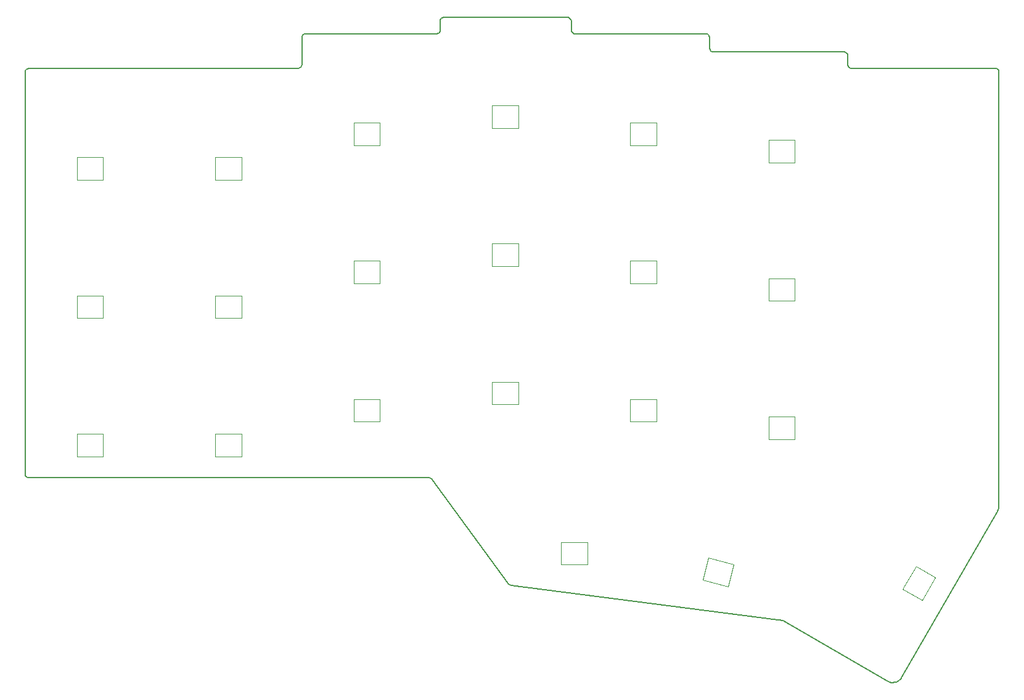
<source format=gm1>
G04 #@! TF.GenerationSoftware,KiCad,Pcbnew,(5.1.10)-1*
G04 #@! TF.CreationDate,2021-11-26T09:54:24+07:00*
G04 #@! TF.ProjectId,corne-cherry,636f726e-652d-4636-9865-7272792e6b69,3.0.1*
G04 #@! TF.SameCoordinates,Original*
G04 #@! TF.FileFunction,Profile,NP*
%FSLAX46Y46*%
G04 Gerber Fmt 4.6, Leading zero omitted, Abs format (unit mm)*
G04 Created by KiCad (PCBNEW (5.1.10)-1) date 2021-11-26 09:54:24*
%MOMM*%
%LPD*%
G01*
G04 APERTURE LIST*
G04 #@! TA.AperFunction,Profile*
%ADD10C,0.200000*%
G04 #@! TD*
G04 #@! TA.AperFunction,Profile*
%ADD11C,0.120000*%
G04 #@! TD*
G04 APERTURE END LIST*
D10*
X85458905Y-78340629D02*
X85285375Y-78227650D01*
X85285375Y-78227650D02*
X85105339Y-78194073D01*
X133680500Y-97844000D02*
X133478805Y-97789772D01*
X133478805Y-97789772D02*
X133274285Y-97747995D01*
X133274285Y-97747995D02*
X133067516Y-97718784D01*
X133067516Y-97718784D02*
X133025944Y-97714460D01*
X96001929Y-92797789D02*
X96175483Y-92910619D01*
X96175483Y-92910619D02*
X96355494Y-92944087D01*
X163128209Y-82791717D02*
X163217691Y-82612848D01*
X163217691Y-82612848D02*
X163293173Y-82398231D01*
X163293173Y-82398231D02*
X163339347Y-82175589D01*
X163339347Y-82175589D02*
X163355441Y-81947896D01*
X163355441Y-81947896D02*
X163355300Y-81919228D01*
X123603823Y-19191707D02*
X123603823Y-17693109D01*
X142105165Y-19692087D02*
X124104203Y-19692087D01*
X163355300Y-22444174D02*
X163305974Y-22227480D01*
X163305974Y-22227480D02*
X163173356Y-22058482D01*
X163173356Y-22058482D02*
X162980331Y-21960061D01*
X162980331Y-21960061D02*
X162855417Y-21944301D01*
X163354784Y-22442904D02*
X163354784Y-81916945D01*
X29605372Y-22444174D02*
X29603596Y-77692930D01*
X67105389Y-21944301D02*
X67322172Y-21895049D01*
X67322172Y-21895049D02*
X67491257Y-21762443D01*
X67491257Y-21762443D02*
X67589738Y-21569380D01*
X67589738Y-21569380D02*
X67605511Y-21444427D01*
X67605511Y-21444427D02*
X67605511Y-21444179D01*
X67104119Y-21942525D02*
X30105499Y-21944301D01*
X68105384Y-17194252D02*
X67888691Y-17243580D01*
X67888691Y-17243580D02*
X67719694Y-17376193D01*
X67719694Y-17376193D02*
X67621272Y-17569212D01*
X67621272Y-17569212D02*
X67605511Y-17694126D01*
X87105330Y-14944068D02*
X86888570Y-14993427D01*
X86888570Y-14993427D02*
X86719550Y-15126116D01*
X86719550Y-15126116D02*
X86621165Y-15319228D01*
X86621165Y-15319228D02*
X86605456Y-15444189D01*
X86103301Y-17192729D02*
X74209500Y-17192729D01*
X162854405Y-21942525D02*
X143105408Y-21944301D01*
X104104263Y-14942292D02*
X87104060Y-14942292D01*
X142603005Y-20192466D02*
X142605287Y-21444179D01*
X142605287Y-20194242D02*
X142556034Y-19977463D01*
X142556034Y-19977463D02*
X142423434Y-19808379D01*
X142423434Y-19808379D02*
X142230376Y-19709895D01*
X142230376Y-19709895D02*
X142105423Y-19694121D01*
X123103444Y-17192729D02*
X116982500Y-17192729D01*
X67604499Y-17693109D02*
X67604499Y-21442145D01*
X29605372Y-77694200D02*
X29654731Y-77910959D01*
X29654731Y-77910959D02*
X29787421Y-78079978D01*
X29787421Y-78079978D02*
X29980532Y-78178363D01*
X29980532Y-78178363D02*
X30105494Y-78194073D01*
X30105494Y-78194073D02*
X30105499Y-78194073D01*
X29605372Y-22444169D02*
X29605372Y-22444174D01*
X86105335Y-17194252D02*
X86322118Y-17145001D01*
X86322118Y-17145001D02*
X86491203Y-17012395D01*
X86491203Y-17012395D02*
X86589683Y-16819331D01*
X86589683Y-16819331D02*
X86605456Y-16694379D01*
X86605456Y-16694379D02*
X86605456Y-16694126D01*
X133680500Y-97844000D02*
X147974583Y-106105084D01*
X104604642Y-16692350D02*
X104604642Y-15442671D01*
X86605456Y-15444194D02*
X86603680Y-16692350D01*
X74132500Y-78194309D02*
X40982500Y-78194309D01*
X30105499Y-21944301D02*
X29888716Y-21993550D01*
X29888716Y-21993550D02*
X29719628Y-22126154D01*
X29719628Y-22126154D02*
X29621145Y-22319216D01*
X29621145Y-22319216D02*
X29605372Y-22444169D01*
X123605351Y-17694126D02*
X123556023Y-17477433D01*
X123556023Y-17477433D02*
X123423410Y-17308436D01*
X123423410Y-17308436D02*
X123230391Y-17210014D01*
X123230391Y-17210014D02*
X123105478Y-17194252D01*
X149902700Y-105725612D02*
X163128724Y-82793245D01*
X85458905Y-78340629D02*
X96001929Y-92797789D01*
X147974583Y-106105084D02*
X148158639Y-106209872D01*
X148158639Y-106209872D02*
X148351387Y-106283871D01*
X148351387Y-106283871D02*
X148549562Y-106327717D01*
X148549562Y-106327717D02*
X148749898Y-106342047D01*
X148749898Y-106342047D02*
X149014729Y-106316338D01*
X149014729Y-106316338D02*
X149269856Y-106240794D01*
X149269856Y-106240794D02*
X149450177Y-106152338D01*
X149450177Y-106152338D02*
X149617418Y-106037334D01*
X149617418Y-106037334D02*
X149768316Y-105896418D01*
X149768316Y-105896418D02*
X149899604Y-105730226D01*
X142605287Y-21444179D02*
X142654543Y-21660960D01*
X142654543Y-21660960D02*
X142787150Y-21830046D01*
X142787150Y-21830046D02*
X142980215Y-21928528D01*
X142980215Y-21928528D02*
X143105170Y-21944301D01*
X143105170Y-21944301D02*
X143105408Y-21944301D01*
X104605406Y-16694126D02*
X104654656Y-16910908D01*
X104654656Y-16910908D02*
X104787261Y-17079995D01*
X104787261Y-17079995D02*
X104980325Y-17178479D01*
X104980325Y-17178479D02*
X105105280Y-17194252D01*
X105105528Y-17194252D02*
X117135500Y-17194252D01*
X30105499Y-78194073D02*
X40982500Y-78194309D01*
X86605456Y-15444189D02*
X86605456Y-15444194D01*
X149899604Y-105730226D02*
X149902700Y-105725612D01*
X105105280Y-17194252D02*
X105105528Y-17194252D01*
X68105384Y-17194252D02*
X74232500Y-17194252D01*
X96355494Y-92944087D02*
X133025944Y-97714460D01*
X104605406Y-15444194D02*
X104556156Y-15227411D01*
X104556156Y-15227411D02*
X104423551Y-15058324D01*
X104423551Y-15058324D02*
X104230487Y-14959840D01*
X104230487Y-14959840D02*
X104105533Y-14944068D01*
X85105339Y-78194073D02*
X74132500Y-78194309D01*
X123605351Y-19194247D02*
X123654710Y-19411004D01*
X123654710Y-19411004D02*
X123787398Y-19580024D01*
X123787398Y-19580024D02*
X123980510Y-19678410D01*
X123980510Y-19678410D02*
X124105473Y-19694121D01*
D11*
X55722500Y-56254000D02*
X55722500Y-53154000D01*
X55722500Y-53154000D02*
X59322500Y-53154000D01*
X59322500Y-53154000D02*
X59322500Y-56254000D01*
X59322500Y-56254000D02*
X55722500Y-56254000D01*
X93722500Y-49129000D02*
X93722500Y-46029000D01*
X93722500Y-46029000D02*
X97322500Y-46029000D01*
X97322500Y-46029000D02*
X97322500Y-49129000D01*
X97322500Y-49129000D02*
X93722500Y-49129000D01*
X74722500Y-51504000D02*
X74722500Y-48404000D01*
X74722500Y-48404000D02*
X78322500Y-48404000D01*
X78322500Y-48404000D02*
X78322500Y-51504000D01*
X78322500Y-51504000D02*
X74722500Y-51504000D01*
X112722500Y-32504000D02*
X112722500Y-29404000D01*
X112722500Y-29404000D02*
X116322500Y-29404000D01*
X116322500Y-29404000D02*
X116322500Y-32504000D01*
X116322500Y-32504000D02*
X112722500Y-32504000D01*
X131722500Y-34879000D02*
X131722500Y-31779000D01*
X131722500Y-31779000D02*
X135322500Y-31779000D01*
X135322500Y-31779000D02*
X135322500Y-34879000D01*
X135322500Y-34879000D02*
X131722500Y-34879000D01*
X74722500Y-32504000D02*
X74722500Y-29404000D01*
X74722500Y-29404000D02*
X78322500Y-29404000D01*
X78322500Y-29404000D02*
X78322500Y-32504000D01*
X78322500Y-32504000D02*
X74722500Y-32504000D01*
X112722500Y-51504000D02*
X112722500Y-48404000D01*
X112722500Y-48404000D02*
X116322500Y-48404000D01*
X116322500Y-48404000D02*
X116322500Y-51504000D01*
X116322500Y-51504000D02*
X112722500Y-51504000D01*
X93722500Y-30129000D02*
X93722500Y-27029000D01*
X93722500Y-27029000D02*
X97322500Y-27029000D01*
X97322500Y-27029000D02*
X97322500Y-30129000D01*
X97322500Y-30129000D02*
X93722500Y-30129000D01*
X36722500Y-56254000D02*
X36722500Y-53154000D01*
X36722500Y-53154000D02*
X40322500Y-53154000D01*
X40322500Y-53154000D02*
X40322500Y-56254000D01*
X40322500Y-56254000D02*
X36722500Y-56254000D01*
X131722500Y-53879000D02*
X131722500Y-50779000D01*
X131722500Y-50779000D02*
X135322500Y-50779000D01*
X135322500Y-50779000D02*
X135322500Y-53879000D01*
X135322500Y-53879000D02*
X131722500Y-53879000D01*
X36722500Y-37254000D02*
X36722500Y-34154000D01*
X36722500Y-34154000D02*
X40322500Y-34154000D01*
X40322500Y-34154000D02*
X40322500Y-37254000D01*
X40322500Y-37254000D02*
X36722500Y-37254000D01*
X122653274Y-92198459D02*
X123455613Y-89204089D01*
X123455613Y-89204089D02*
X126932946Y-90135837D01*
X126932946Y-90135837D02*
X126130607Y-93130207D01*
X126130607Y-93130207D02*
X122653274Y-92198459D01*
X55722500Y-37254000D02*
X55722500Y-34154000D01*
X55722500Y-34154000D02*
X59322500Y-34154000D01*
X59322500Y-34154000D02*
X59322500Y-37254000D01*
X59322500Y-37254000D02*
X55722500Y-37254000D01*
X36722500Y-75254000D02*
X36722500Y-72154000D01*
X36722500Y-72154000D02*
X40322500Y-72154000D01*
X40322500Y-72154000D02*
X40322500Y-75254000D01*
X40322500Y-75254000D02*
X36722500Y-75254000D01*
X131722500Y-72879000D02*
X131722500Y-69779000D01*
X131722500Y-69779000D02*
X135322500Y-69779000D01*
X135322500Y-69779000D02*
X135322500Y-72879000D01*
X135322500Y-72879000D02*
X131722500Y-72879000D01*
X103222500Y-90129000D02*
X103222500Y-87029000D01*
X103222500Y-87029000D02*
X106822500Y-87029000D01*
X106822500Y-87029000D02*
X106822500Y-90129000D01*
X106822500Y-90129000D02*
X103222500Y-90129000D01*
X55722500Y-75254000D02*
X55722500Y-72154000D01*
X55722500Y-72154000D02*
X59322500Y-72154000D01*
X59322500Y-72154000D02*
X59322500Y-75254000D01*
X59322500Y-75254000D02*
X55722500Y-75254000D01*
X74722500Y-70504000D02*
X74722500Y-67404000D01*
X74722500Y-67404000D02*
X78322500Y-67404000D01*
X78322500Y-67404000D02*
X78322500Y-70504000D01*
X78322500Y-70504000D02*
X74722500Y-70504000D01*
X93722500Y-68129000D02*
X93722500Y-65029000D01*
X93722500Y-65029000D02*
X97322500Y-65029000D01*
X97322500Y-65029000D02*
X97322500Y-68129000D01*
X97322500Y-68129000D02*
X93722500Y-68129000D01*
X152828460Y-95037846D02*
X150143782Y-93487846D01*
X150143782Y-93487846D02*
X151943782Y-90370154D01*
X151943782Y-90370154D02*
X154628460Y-91920154D01*
X154628460Y-91920154D02*
X152828460Y-95037846D01*
X112722500Y-70504000D02*
X112722500Y-67404000D01*
X112722500Y-67404000D02*
X116322500Y-67404000D01*
X116322500Y-67404000D02*
X116322500Y-70504000D01*
X116322500Y-70504000D02*
X112722500Y-70504000D01*
M02*

</source>
